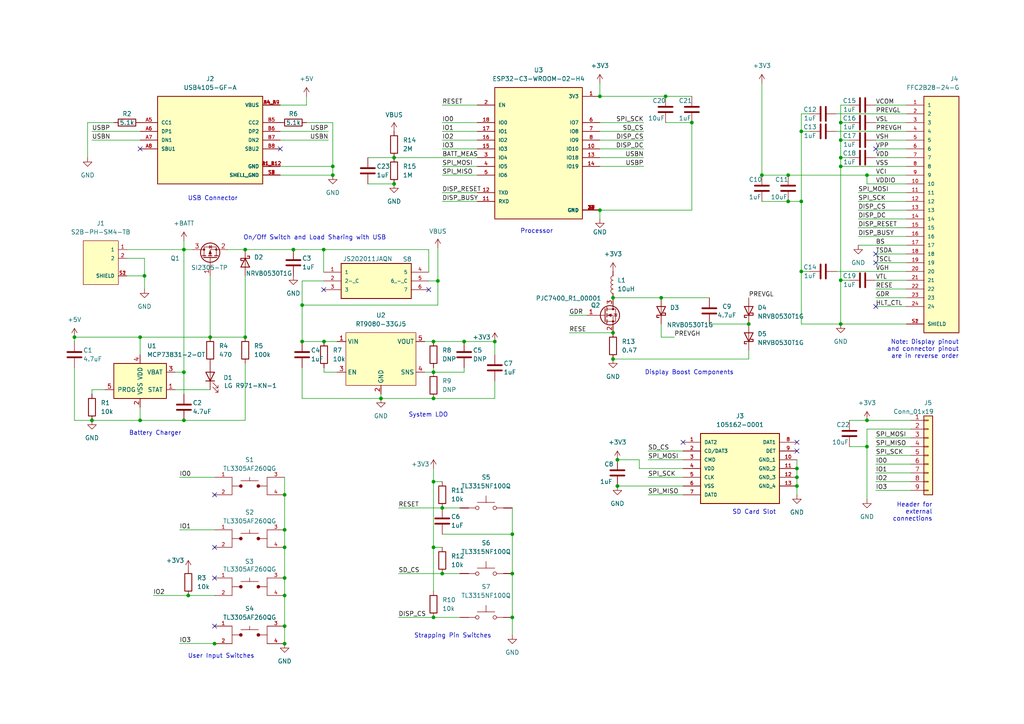
<source format=kicad_sch>
(kicad_sch (version 20211123) (generator eeschema)
  (paper "A4")
  (title_block (title "e-e-paper") (date "2022-03-09") (rev "2.0") (company "Samuel Jones"))
  (junction (at 200.66 35.56))
  (junction (at 40.64 97.79))
  (junction (at 177.8 104.14))
  (junction (at 173.99 60.96))
  (junction (at 40.64 121.92))
  (junction (at 71.12 97.79))
  (junction (at 125.73 139.7))
  (junction (at 243.84 93.98))
  (junction (at 128.27 166.37))
  (junction (at 177.8 96.52))
  (junction (at 193.04 27.94))
  (junction (at 87.63 99.06))
  (junction (at 243.84 40.64))
  (junction (at 82.55 172.72))
  (junction (at 125.73 179.07))
  (junction (at 148.59 179.07))
  (junction (at 251.46 50.8))
  (junction (at 243.84 35.56))
  (junction (at 243.84 81.28))
  (junction (at 173.99 27.94))
  (junction (at 93.8784 72.39))
  (junction (at 228.6 58.42))
  (junction (at 143.51 99.06))
  (junction (at 85.09 72.39))
  (junction (at 217.17 93.98))
  (junction (at 232.41 58.42))
  (junction (at 220.98 50.8))
  (junction (at 179.07 133.35))
  (junction (at 125.73 99.06))
  (junction (at 114.3 53.34))
  (junction (at 53.34 121.92))
  (junction (at 127 81.4832))
  (junction (at 41.91 80.01))
  (junction (at 82.55 158.75))
  (junction (at 26.67 121.92))
  (junction (at 125.73 115.57))
  (junction (at 53.34 72.39))
  (junction (at 231.14 140.97))
  (junction (at 231.14 135.89))
  (junction (at 191.77 86.36))
  (junction (at 82.55 153.67))
  (junction (at 251.46 129.54))
  (junction (at 228.6 50.8))
  (junction (at 114.3 45.72))
  (junction (at 93.98 99.06))
  (junction (at 87.63 88.4936))
  (junction (at 148.59 154.94))
  (junction (at 125.73 158.75))
  (junction (at 82.55 186.69))
  (junction (at 21.59 97.79))
  (junction (at 53.34 107.95))
  (junction (at 177.8 86.36))
  (junction (at 179.07 140.97))
  (junction (at 54.61 172.72))
  (junction (at 71.12 72.39))
  (junction (at 251.46 121.92))
  (junction (at 231.14 138.43))
  (junction (at 96.52 48.26))
  (junction (at 82.55 143.51))
  (junction (at 82.55 167.64))
  (junction (at 243.84 48.26))
  (junction (at 128.27 147.32))
  (junction (at 134.62 99.06))
  (junction (at 243.84 45.72))
  (junction (at 60.96 97.79))
  (junction (at 232.41 38.1))
  (junction (at 110.49 115.57))
  (junction (at 62.23 186.69))
  (junction (at 82.55 181.61))
  (junction (at 232.41 78.74))
  (junction (at 96.52 50.8))
  (junction (at 148.59 166.37))
  (junction (at 125.73 107.95))
  (no_connect (at 62.23 143.51))
  (no_connect (at 124.3584 84.0232))
  (no_connect (at 93.8784 84.0232))
  (no_connect (at 62.23 167.64))
  (no_connect (at 62.23 181.61))
  (no_connect (at 81.28 43.18))
  (no_connect (at 231.14 130.81))
  (no_connect (at 40.64 43.18))
  (no_connect (at 62.23 158.75))
  (no_connect (at 254 73.66))
  (no_connect (at 254 76.2))
  (no_connect (at 254 88.9))
  (no_connect (at 254 43.18))
  (no_connect (at 198.12 128.27))
  (no_connect (at 231.14 128.27))
  (wire (pts (xy 87.63 81.4832) (xy 93.8784 81.4832)))
  (wire (pts (xy 44.45 172.72) (xy 54.61 172.72)))
  (wire (pts (xy 231.14 140.97) (xy 231.14 143.51)))
  (wire (pts (xy 165.1 96.52) (xy 177.8 96.52)))
  (wire (pts (xy 81.28 50.8) (xy 96.52 50.8)))
  (wire (pts (xy 87.63 88.4936) (xy 127 88.4936)))
  (wire (pts (xy 187.96 133.35) (xy 198.12 133.35)))
  (wire (pts (xy 82.55 143.51) (xy 82.55 153.67)))
  (wire (pts (xy 193.04 27.94) (xy 200.66 27.94)))
  (wire (pts (xy 40.64 118.11) (xy 40.64 121.92)))
  (wire (pts (xy 243.84 35.56) (xy 243.84 40.64)))
  (wire (pts (xy 232.41 58.42) (xy 232.41 78.74)))
  (wire (pts (xy 143.51 115.57) (xy 143.51 110.49)))
  (wire (pts (xy 228.6 58.42) (xy 232.41 58.42)))
  (wire (pts (xy 246.38 81.28) (xy 243.84 81.28)))
  (wire (pts (xy 243.84 93.98) (xy 262.89 93.98)))
  (wire (pts (xy 254 40.64) (xy 262.89 40.64)))
  (wire (pts (xy 40.64 121.92) (xy 53.34 121.92)))
  (wire (pts (xy 128.27 55.88) (xy 138.43 55.88)))
  (wire (pts (xy 248.92 63.5) (xy 262.89 63.5)))
  (wire (pts (xy 173.99 48.26) (xy 186.69 48.26)))
  (wire (pts (xy 246.38 129.54) (xy 251.46 129.54)))
  (wire (pts (xy 254 81.28) (xy 262.89 81.28)))
  (wire (pts (xy 125.73 107.95) (xy 125.73 106.68)))
  (wire (pts (xy 127 71.882) (xy 127 81.4832)))
  (wire (pts (xy 243.84 81.28) (xy 243.84 93.98)))
  (wire (pts (xy 134.62 106.68) (xy 134.62 107.95)))
  (wire (pts (xy 125.73 179.07) (xy 133.35 179.07)))
  (wire (pts (xy 254 86.36) (xy 262.89 86.36)))
  (wire (pts (xy 248.92 68.58) (xy 262.89 68.58)))
  (wire (pts (xy 93.98 107.95) (xy 93.98 106.68)))
  (wire (pts (xy 110.49 115.57) (xy 125.73 115.57)))
  (wire (pts (xy 254 139.7) (xy 264.16 139.7)))
  (wire (pts (xy 179.07 133.35) (xy 185.42 133.35)))
  (wire (pts (xy 173.99 38.1) (xy 186.69 38.1)))
  (wire (pts (xy 81.28 38.1) (xy 95.25 38.1)))
  (wire (pts (xy 173.99 24.13) (xy 173.99 27.94)))
  (wire (pts (xy 254 76.2) (xy 262.89 76.2)))
  (wire (pts (xy 125.73 135.89) (xy 125.73 139.7)))
  (wire (pts (xy 264.16 124.46) (xy 251.46 124.46)))
  (wire (pts (xy 50.8 113.03) (xy 60.96 113.03)))
  (wire (pts (xy 143.51 99.06) (xy 134.62 99.06)))
  (wire (pts (xy 231.14 138.43) (xy 231.14 140.97)))
  (wire (pts (xy 71.12 80.01) (xy 71.12 97.79)))
  (wire (pts (xy 21.59 106.68) (xy 21.59 121.92)))
  (wire (pts (xy 52.07 138.43) (xy 62.23 138.43)))
  (wire (pts (xy 128.27 147.32) (xy 133.35 147.32)))
  (wire (pts (xy 125.73 139.7) (xy 125.73 158.75)))
  (wire (pts (xy 93.98 99.06) (xy 97.79 99.06)))
  (wire (pts (xy 198.12 135.89) (xy 185.42 135.89)))
  (wire (pts (xy 53.34 107.95) (xy 50.8 107.95)))
  (wire (pts (xy 187.96 143.51) (xy 198.12 143.51)))
  (wire (pts (xy 125.73 115.57) (xy 143.51 115.57)))
  (wire (pts (xy 71.12 72.39) (xy 85.09 72.39)))
  (wire (pts (xy 246.38 121.92) (xy 251.46 121.92)))
  (wire (pts (xy 205.74 93.98) (xy 217.17 93.98)))
  (wire (pts (xy 30.48 113.03) (xy 26.67 113.03)))
  (wire (pts (xy 148.59 179.07) (xy 148.59 184.15)))
  (wire (pts (xy 254 88.9) (xy 262.89 88.9)))
  (wire (pts (xy 177.8 86.36) (xy 191.77 86.36)))
  (wire (pts (xy 127 88.4936) (xy 127 81.4832)))
  (wire (pts (xy 128.27 154.94) (xy 148.59 154.94)))
  (wire (pts (xy 128.27 58.42) (xy 138.43 58.42)))
  (wire (pts (xy 40.64 97.79) (xy 60.96 97.79)))
  (wire (pts (xy 248.92 66.04) (xy 262.89 66.04)))
  (wire (pts (xy 36.83 74.93) (xy 41.91 74.93)))
  (wire (pts (xy 97.79 107.95) (xy 93.98 107.95)))
  (wire (pts (xy 232.41 38.1) (xy 232.41 58.42)))
  (wire (pts (xy 165.1 91.44) (xy 170.18 91.44)))
  (wire (pts (xy 115.57 147.32) (xy 128.27 147.32)))
  (wire (pts (xy 81.28 40.64) (xy 95.25 40.64)))
  (wire (pts (xy 96.52 35.56) (xy 96.52 48.26)))
  (wire (pts (xy 143.51 102.87) (xy 143.51 99.06)))
  (wire (pts (xy 179.07 140.97) (xy 198.12 140.97)))
  (wire (pts (xy 185.42 133.35) (xy 185.42 135.89)))
  (wire (pts (xy 82.55 181.61) (xy 82.55 186.69)))
  (wire (pts (xy 173.99 45.72) (xy 186.69 45.72)))
  (wire (pts (xy 87.63 88.4936) (xy 87.63 81.4832)))
  (wire (pts (xy 60.96 97.79) (xy 71.12 97.79)))
  (wire (pts (xy 88.9 27.94) (xy 88.9 30.48)))
  (wire (pts (xy 110.49 115.57) (xy 110.49 114.3)))
  (wire (pts (xy 71.12 105.41) (xy 71.12 121.92)))
  (wire (pts (xy 254 127) (xy 264.16 127)))
  (wire (pts (xy 128.27 30.48) (xy 138.43 30.48)))
  (wire (pts (xy 254 83.82) (xy 262.89 83.82)))
  (wire (pts (xy 243.84 93.98) (xy 232.41 93.98)))
  (wire (pts (xy 228.6 50.8) (xy 251.46 50.8)))
  (wire (pts (xy 87.63 106.68) (xy 87.63 115.57)))
  (wire (pts (xy 115.57 179.07) (xy 125.73 179.07)))
  (wire (pts (xy 234.95 33.02) (xy 232.41 33.02)))
  (wire (pts (xy 71.12 121.92) (xy 53.34 121.92)))
  (wire (pts (xy 251.46 53.34) (xy 262.89 53.34)))
  (wire (pts (xy 127 81.4832) (xy 124.3584 81.4832)))
  (wire (pts (xy 217.17 104.14) (xy 217.17 101.6)))
  (wire (pts (xy 193.04 35.56) (xy 200.66 35.56)))
  (wire (pts (xy 231.14 133.35) (xy 231.14 135.89)))
  (wire (pts (xy 231.14 135.89) (xy 231.14 138.43)))
  (wire (pts (xy 26.67 113.03) (xy 26.67 114.3)))
  (wire (pts (xy 128.27 50.8) (xy 138.43 50.8)))
  (wire (pts (xy 173.99 27.94) (xy 193.04 27.94)))
  (wire (pts (xy 232.41 33.02) (xy 232.41 38.1)))
  (wire (pts (xy 242.57 78.74) (xy 262.89 78.74)))
  (wire (pts (xy 254 73.66) (xy 262.89 73.66)))
  (wire (pts (xy 82.55 138.43) (xy 82.55 143.51)))
  (wire (pts (xy 148.59 166.37) (xy 148.59 179.07)))
  (wire (pts (xy 248.92 58.42) (xy 262.89 58.42)))
  (wire (pts (xy 124.3584 72.39) (xy 93.8784 72.39)))
  (wire (pts (xy 26.67 40.64) (xy 40.64 40.64)))
  (wire (pts (xy 82.55 172.72) (xy 82.55 181.61)))
  (wire (pts (xy 96.52 35.56) (xy 88.9 35.56)))
  (wire (pts (xy 251.46 124.46) (xy 251.46 129.54)))
  (wire (pts (xy 125.73 99.06) (xy 134.62 99.06)))
  (wire (pts (xy 52.07 186.6392) (xy 62.23 186.6392)))
  (wire (pts (xy 21.59 121.92) (xy 26.67 121.92)))
  (wire (pts (xy 198.12 138.43) (xy 187.96 138.43)))
  (wire (pts (xy 200.66 35.56) (xy 200.66 60.96)))
  (wire (pts (xy 254 45.72) (xy 262.89 45.72)))
  (wire (pts (xy 173.99 40.64) (xy 186.69 40.64)))
  (wire (pts (xy 243.84 48.26) (xy 243.84 81.28)))
  (wire (pts (xy 66.04 72.39) (xy 71.12 72.39)))
  (wire (pts (xy 81.28 48.26) (xy 96.52 48.26)))
  (wire (pts (xy 41.91 80.01) (xy 41.91 83.82)))
  (wire (pts (xy 125.73 158.75) (xy 125.73 171.45)))
  (wire (pts (xy 232.41 93.98) (xy 232.41 78.74)))
  (wire (pts (xy 52.07 153.67) (xy 62.23 153.67)))
  (wire (pts (xy 251.46 53.34) (xy 251.46 50.8)))
  (wire (pts (xy 243.84 40.64) (xy 246.38 40.64)))
  (wire (pts (xy 25.4 35.56) (xy 25.4 45.72)))
  (wire (pts (xy 62.23 186.6392) (xy 62.23 186.69)))
  (wire (pts (xy 36.83 80.01) (xy 41.91 80.01)))
  (wire (pts (xy 87.63 99.06) (xy 87.63 88.4936)))
  (wire (pts (xy 177.8 104.14) (xy 217.17 104.14)))
  (wire (pts (xy 53.34 107.95) (xy 53.34 114.3)))
  (wire (pts (xy 114.3 45.72) (xy 138.43 45.72)))
  (wire (pts (xy 251.46 121.92) (xy 264.16 121.92)))
  (wire (pts (xy 173.99 60.96) (xy 173.99 63.5)))
  (wire (pts (xy 128.27 35.56) (xy 138.43 35.56)))
  (wire (pts (xy 243.84 45.72) (xy 243.84 48.26)))
  (wire (pts (xy 248.92 71.12) (xy 262.89 71.12)))
  (wire (pts (xy 248.92 55.88) (xy 262.89 55.88)))
  (wire (pts (xy 173.99 35.56) (xy 186.69 35.56)))
  (wire (pts (xy 106.68 45.72) (xy 114.3 45.72)))
  (wire (pts (xy 53.34 107.95) (xy 53.34 72.39)))
  (wire (pts (xy 53.34 72.39) (xy 55.88 72.39)))
  (wire (pts (xy 41.91 74.93) (xy 41.91 80.01)))
  (wire (pts (xy 220.98 24.13) (xy 220.98 50.8)))
  (wire (pts (xy 254 142.24) (xy 264.16 142.24)))
  (wire (pts (xy 82.55 158.75) (xy 82.55 167.64)))
  (wire (pts (xy 82.55 167.64) (xy 82.55 172.72)))
  (wire (pts (xy 53.34 69.85) (xy 53.34 72.39)))
  (wire (pts (xy 191.77 93.98) (xy 191.77 97.79)))
  (wire (pts (xy 243.84 40.64) (xy 243.84 45.72)))
  (wire (pts (xy 254 43.18) (xy 262.89 43.18)))
  (wire (pts (xy 254 134.62) (xy 264.16 134.62)))
  (wire (pts (xy 251.46 50.8) (xy 262.89 50.8)))
  (wire (pts (xy 106.68 53.34) (xy 114.3 53.34)))
  (wire (pts (xy 93.8784 72.39) (xy 85.09 72.39)))
  (wire (pts (xy 243.84 48.26) (xy 262.89 48.26)))
  (wire (pts (xy 60.96 80.01) (xy 60.96 97.79)))
  (wire (pts (xy 125.73 158.75) (xy 128.27 158.75)))
  (wire (pts (xy 96.52 48.26) (xy 96.52 50.8)))
  (wire (pts (xy 148.59 147.32) (xy 148.59 154.94)))
  (wire (pts (xy 242.57 38.1) (xy 262.89 38.1)))
  (wire (pts (xy 128.27 166.37) (xy 133.35 166.37)))
  (wire (pts (xy 234.95 78.74) (xy 232.41 78.74)))
  (wire (pts (xy 198.12 130.81) (xy 187.96 130.81)))
  (wire (pts (xy 128.27 48.26) (xy 138.43 48.26)))
  (wire (pts (xy 21.59 97.79) (xy 21.59 99.06)))
  (wire (pts (xy 254 30.48) (xy 262.89 30.48)))
  (wire (pts (xy 124.3584 78.9432) (xy 124.3584 72.39)))
  (wire (pts (xy 26.67 38.1) (xy 40.64 38.1)))
  (wire (pts (xy 87.63 115.57) (xy 110.49 115.57)))
  (wire (pts (xy 243.84 45.72) (xy 246.38 45.72)))
  (wire (pts (xy 232.41 38.1) (xy 234.95 38.1)))
  (wire (pts (xy 200.66 60.96) (xy 173.99 60.96)))
  (wire (pts (xy 82.55 153.67) (xy 82.55 158.75)))
  (wire (pts (xy 115.57 166.37) (xy 128.27 166.37)))
  (wire (pts (xy 251.46 129.54) (xy 251.46 144.78)))
  (wire (pts (xy 128.27 40.64) (xy 138.43 40.64)))
  (wire (pts (xy 191.77 86.36) (xy 205.74 86.36)))
  (wire (pts (xy 125.73 139.7) (xy 128.27 139.7)))
  (wire (pts (xy 243.84 35.56) (xy 246.38 35.56)))
  (wire (pts (xy 87.63 99.06) (xy 93.98 99.06)))
  (wire (pts (xy 26.67 121.92) (xy 40.64 121.92)))
  (wire (pts (xy 128.27 38.1) (xy 138.43 38.1)))
  (wire (pts (xy 93.8784 78.9432) (xy 93.8784 72.39)))
  (wire (pts (xy 54.61 172.72) (xy 62.23 172.72)))
  (wire (pts (xy 40.64 102.87) (xy 40.64 97.79)))
  (wire (pts (xy 25.4 35.56) (xy 33.02 35.56)))
  (wire (pts (xy 134.62 107.95) (xy 125.73 107.95)))
  (wire (pts (xy 148.59 154.94) (xy 148.59 166.37)))
  (wire (pts (xy 220.98 50.8) (xy 228.6 50.8)))
  (wire (pts (xy 254 35.56) (xy 262.89 35.56)))
  (wire (pts (xy 191.77 97.79) (xy 195.58 97.79)))
  (wire (pts (xy 128.27 43.18) (xy 138.43 43.18)))
  (wire (pts (xy 220.98 58.42) (xy 228.6 58.42)))
  (wire (pts (xy 246.38 30.48) (xy 243.84 30.48)))
  (wire (pts (xy 242.57 33.02) (xy 262.89 33.02)))
  (wire (pts (xy 248.92 60.96) (xy 262.89 60.96)))
  (wire (pts (xy 123.19 99.06) (xy 125.73 99.06)))
  (wire (pts (xy 243.84 30.48) (xy 243.84 35.56)))
  (wire (pts (xy 81.28 30.48) (xy 88.9 30.48)))
  (wire (pts (xy 254 129.54) (xy 264.16 129.54)))
  (wire (pts (xy 36.83 72.39) (xy 53.34 72.39)))
  (wire (pts (xy 123.19 107.95) (xy 125.73 107.95)))
  (wire (pts (xy 264.16 132.08) (xy 254 132.08)))
  (wire (pts (xy 254 137.16) (xy 264.16 137.16)))
  (wire (pts (xy 173.99 43.18) (xy 186.69 43.18)))
  (wire (pts (xy 40.64 97.79) (xy 21.59 97.79)))
  (text "System LDO" (at 118.4656 121.158 0) (effects (font (size 1.27 1.27)) (justify left bottom)))
  (text "User Input Switches" (at 54.4576 191.1096 0) (effects (font (size 1.27 1.27)) (justify left bottom)))
  (text "Display Boost Components" (at 186.9948 108.8644 0) (effects (font (size 1.27 1.27)) (justify left bottom)))
  (text "Processor" (at 150.876 67.8688 0) (effects (font (size 1.27 1.27)) (justify left bottom)))
  (text "Note: Display pinout\nand connector pinout\nare in reverse order" (at 278.13 104.14 0) (effects (font (size 1.27 1.27)) (justify right bottom)))
  (text "Strapping Pin Switches" (at 120.0912 185.2168 0) (effects (font (size 1.27 1.27)) (justify left bottom)))
  (text "USB Connector" (at 54.4576 58.3692 0) (effects (font (size 1.27 1.27)) (justify left bottom)))
  (text "Battery Charger" (at 37.3888 126.4412 0) (effects (font (size 1.27 1.27)) (justify left bottom)))
  (text "On/Off Switch and Load Sharing with USB" (at 70.5612 69.7484 0) (effects (font (size 1.27 1.27)) (justify left bottom)))
  (text "SD Card Slot" (at 212.3948 149.352 0) (effects (font (size 1.27 1.27)) (justify left bottom)))
  (text "Header for\nexternal\nconnections" (at 270.4592 151.3332 180) (effects (font (size 1.27 1.27)) (justify right bottom)))
  (label "BS" (at 254 71.12 0))
  (label "VSS" (at 254 48.26 0))
  (label "IO1" (at 128.27 38.1 0))
  (label "IO2" (at 44.45 172.72 0))
  (label "TSDA" (at 254 73.66 0))
  (label "PREVGL" (at 217.17 86.36 0))
  (label "DISP_DC" (at 186.69 43.18 180))
  (label "VCOM" (at 254 30.48 0))
  (label "DISP_RESET" (at 248.92 66.04 0))
  (label "VSH" (at 254 40.64 0))
  (label "SPI_MISO" (at 254 129.54 0))
  (label "DISP_CS" (at 186.69 40.64 180))
  (label "IO1" (at 52.07 153.67 0))
  (label "GDR" (at 254 86.36 0))
  (label "SPI_SCK" (at 254 132.08 0))
  (label "IO2" (at 128.27 40.64 0))
  (label "DISP_DC" (at 248.92 63.5 0))
  (label "USBN" (at 95.25 40.64 180))
  (label "DISP_CS" (at 115.57 179.07 0))
  (label "VGH" (at 254 78.74 0))
  (label "SPI_SCK" (at 186.69 35.56 180))
  (label "USBN" (at 26.67 40.64 0))
  (label "DISP_BUSY" (at 128.27 58.42 0))
  (label "PREVGH" (at 254 38.1 0))
  (label "IO3" (at 254 142.24 0))
  (label "RESE" (at 165.1 96.52 0))
  (label "IO3" (at 52.07 186.6392 0))
  (label "HLT_CTL" (at 254 88.9 0))
  (label "USBP" (at 95.25 38.1 180))
  (label "VCI" (at 254 50.8 0))
  (label "VDDIO" (at 254 53.34 0))
  (label "SD_CS" (at 186.69 38.1 180))
  (label "IO2" (at 254 139.7 0))
  (label "SPI_MOSI" (at 248.92 55.88 0))
  (label "VDD" (at 254 45.72 0))
  (label "PREVGH" (at 195.58 97.79 0))
  (label "RESET" (at 115.57 147.32 0))
  (label "SPI_MOSI" (at 254 127 0))
  (label "SPI_SCK" (at 248.92 58.42 0))
  (label "IO0" (at 128.27 35.56 0))
  (label "SPI_MOSI" (at 128.27 48.26 0))
  (label "DISP_RESET" (at 128.27 55.88 0))
  (label "RESET" (at 128.27 30.48 0))
  (label "SPI_MISO" (at 187.96 143.51 0))
  (label "IO1" (at 254 137.16 0))
  (label "VSL" (at 254 35.56 0))
  (label "TSCL" (at 254 76.2 0))
  (label "RESE" (at 254 83.82 0))
  (label "PREVGL" (at 254 33.02 0))
  (label "SD_CS" (at 115.57 166.37 0))
  (label "DISP_BUSY" (at 248.92 68.58 0))
  (label "DISP_CS" (at 248.92 60.96 0))
  (label "USBP" (at 26.67 38.1 0))
  (label "GDR" (at 165.1 91.44 0))
  (label "SPI_MOSI" (at 187.96 133.35 0))
  (label "SPI_MISO" (at 128.27 50.8 0))
  (label "IO0" (at 254 134.62 0))
  (label "USBN" (at 186.69 45.72 180))
  (label "IO3" (at 128.27 43.18 0))
  (label "SPI_SCK" (at 187.96 138.43 0))
  (label "VTL" (at 254 81.28 0))
  (label "BATT_MEAS" (at 128.27 45.72 0))
  (label "USBP" (at 186.69 48.26 180))
  (label "VPP" (at 254 43.18 0))
  (label "IO0" (at 52.07 138.43 0))
  (label "SD_CS" (at 187.96 130.81 0))
  (symbol (lib_id "TL3305AF260QG:TL3305AF260QG") (at 72.39 170.18 0) (unit 1)
    (property "Reference" "S3" (at 72.3392 162.8648 0))
    (property "Value" "TL3305AF260QG" (at 72.39 165.1 0))
    (property "Footprint" "Project Footprints:SW_TL3305AF260QG" (effects hide))
    (property "MAXIMUM_PACKAGE_HEIGHT" "3.8mm" (effects hide))
    (property "MANUFACTURER" "E-Switch" (effects hide))
    (property "PARTREV" "C" (effects hide))
    (property "STANDARD" "Manufacturer recommendations" (effects hide))
  )
  (symbol (lib_id "TL3305AF260QG:TL3305AF260QG") (at 72.39 184.15 0) (unit 1)
    (property "Reference" "S4" (at 72.39 176.53 0))
    (property "Value" "TL3305AF260QG" (at 72.39 179.07 0))
    (property "Footprint" "Project Footprints:SW_TL3305AF260QG" (effects hide))
    (property "MAXIMUM_PACKAGE_HEIGHT" "3.8mm" (effects hide))
    (property "MANUFACTURER" "E-Switch" (effects hide))
    (property "PARTREV" "C" (effects hide))
    (property "STANDARD" "Manufacturer recommendations" (effects hide))
  )
  (symbol (lib_id "JS202011JAQN:JS202011JAQN") (at 93.8784 78.9432 0) (unit 1)
    (property "Reference" "S8" (at 118.11 75.184 0))
    (property "Value" "JS202011JAQN" (at 106.6292 75.0824 0))
    (property "Footprint" "JS202011JAQN" (effects hide))
    (property "DESCRIPTION" "JS Series Sub-Miniature Slide Switch" (effects hide))
    (property "MANUFACTURER_NAME" "C & K COMPONENTS" (effects hide))
    (property "HEIGHT" "3mm" (effects hide))
    (property "MANUFACTURER_PART_NUMBER" "JS202011JAQN" (effects hide))
    (property "ARROW_PART_NUMBER" "JS202011JAQN" (effects hide))
    (property "ARROW_PRICE/STOCK" "https://www.arrow.com/en/products/js202011jaqn/ck" (effects hide))
  )
  (symbol (lib_id "ESP32-C3-WROOM:ESP32-C3-WROOM-02-H4") (at 156.21 45.72 0) (unit 1)
    (property "Reference" "U3" (at 156.21 20.32 0))
    (property "Value" "ESP32-C3-WROOM-02-H4" (at 156.21 22.86 0))
    (property "Footprint" "Project Footprints:MODULE_ESP32-C3-WROOM-02-H4" (effects hide))
    (property "MANUFACTURER" "Espressif" (effects hide))
    (property "STANDARD" "Manufacturer Recommendations" (effects hide))
    (property "PARTREV" "V1.0" (effects hide))
    (property "MAXIMUM_PACKAGE_HEIGHT" "3.35 mm" (effects hide))
  )
  (symbol (lib_id "Diode:MBR0530") (at 71.12 76.2 270) (unit 1)
    (property "Reference" "D2" (at 73.66 74.6124 90) (effects (justify left)))
    (property "Value" "NRVB0530T1G" (at 71.2724 79.2988 90) (effects (justify left)))
    (property "Footprint" "Diode_SMD:D_SOD-123" (effects hide))
    (property "Datasheet" "http://www.mccsemi.com/up_pdf/MBR0520~MBR0580(SOD123).pdf" (effects hide))
  )
  (symbol (lib_id "power:+5V") (at 88.9 27.94 0) (unit 1)
    (property "Reference" "#PWR010" (effects hide))
    (property "Value" "+5V" (at 88.9 22.86 0))
  )
  (symbol (lib_id "Device:C") (at 238.76 33.02 90) (unit 1)
    (property "Reference" "C12" (at 234.95 31.75 90))
    (property "Value" "1uF" (at 234.95 34.29 90))
    (property "Footprint" "Capacitor_SMD:C_0805_2012Metric_Pad1.18x1.45mm_HandSolder" (effects hide))
  )
  (symbol (lib_id "power:VBUS") (at 114.3 38.1 0) (unit 1)
    (property "Reference" "#PWR0101" (effects hide))
    (property "Value" "VBUS" (at 114.3 33.3248 0))
  )
  (symbol (lib_id "S2B-PH-SM4-TB:S2B-PH-SM4-TB(LF)(SN)") (at 29.21 74.93 0) (mirror y) (unit 1)
    (property "Reference" "J1" (at 29.21 64.77 0))
    (property "Value" "S2B-PH-SM4-TB" (at 29.21 67.31 0))
    (property "Footprint" "Project Footprints:JST_S2B-PH-SM4-TB(LF)(SN)" (effects hide))
    (property "STANDARD" "Manufacturer Recommendation" (effects hide))
    (property "MANUFACTURER" "JST" (effects hide))
  )
  (symbol (lib_id "power:GND") (at 243.84 93.98 0) (unit 1)
    (property "Reference" "#PWR024" (effects hide))
    (property "Value" "GND" (at 243.84 99.06 0))
  )
  (symbol (lib_id "Device:LED") (at 60.96 109.22 90) (unit 1)
    (property "Reference" "D1" (at 64.77 109.5374 90) (effects (justify right)))
    (property "Value" "LG R971-KN-1" (at 64.9732 111.8616 90) (effects (justify right)))
    (property "Footprint" "LED_SMD:LED_0805_2012Metric_Pad1.15x1.40mm_HandSolder" (effects hide))
  )
  (symbol (lib_id "power:GND") (at 110.49 115.57 0) (unit 1)
    (property "Reference" "#PWR012" (effects hide))
    (property "Value" "GND" (at 110.49 120.65 0))
  )
  (symbol (lib_id "power:GND") (at 25.4 45.72 0) (unit 1)
    (property "Reference" "#PWR02" (effects hide))
    (property "Value" "GND" (at 25.4 50.8 0))
  )
  (symbol (lib_id "power:+3.3V") (at 125.73 135.89 0) (unit 1)
    (property "Reference" "#PWR013" (effects hide))
    (property "Value" "+3.3V" (at 121.92 134.62 0))
  )
  (symbol (lib_id "power:GND") (at 177.8 104.14 0) (unit 1)
    (property "Reference" "#PWR019" (effects hide))
    (property "Value" "GND" (at 177.8 109.22 0))
  )
  (symbol (lib_id "Device:C") (at 250.19 45.72 90) (unit 1)
    (property "Reference" "C18" (at 246.38 44.45 90))
    (property "Value" "1uF" (at 246.38 46.99 90))
    (property "Footprint" "Capacitor_SMD:C_0805_2012Metric_Pad1.18x1.45mm_HandSolder" (effects hide))
  )
  (symbol (lib_id "power:+3.3V") (at 179.07 133.35 0) (unit 1)
    (property "Reference" "#PWR020" (effects hide))
    (property "Value" "+3.3V" (at 179.07 128.27 0))
  )
  (symbol (lib_id "Device:R") (at 125.73 111.76 0) (unit 1) (in_bom no)
    (property "Reference" "R9" (at 128.27 110.4899 0) (effects (justify left)))
    (property "Value" "DNP" (at 128.27 113.0299 0) (effects (justify left)))
    (property "Footprint" "Resistor_SMD:R_0805_2012Metric_Pad1.20x1.40mm_HandSolder" (effects hide))
  )
  (symbol (lib_id "Device:C") (at 200.66 31.75 0) (unit 1)
    (property "Reference" "C21" (at 196.85 29.21 0) (effects (justify left)))
    (property "Value" "1uF" (at 196.85 34.29 0) (effects (justify left)))
    (property "Footprint" "Capacitor_SMD:C_0805_2012Metric_Pad1.18x1.45mm_HandSolder" (effects hide))
  )
  (symbol (lib_id "TL3305AF260QG:TL3305AF260QG") (at 72.39 140.97 0) (unit 1)
    (property "Reference" "S1" (at 72.39 133.35 0))
    (property "Value" "TL3305AF260QG" (at 72.39 135.89 0))
    (property "Footprint" "Project Footprints:SW_TL3305AF260QG" (effects hide))
    (property "MAXIMUM_PACKAGE_HEIGHT" "3.8mm" (effects hide))
    (property "MANUFACTURER" "E-Switch" (effects hide))
    (property "PARTREV" "C" (effects hide))
    (property "STANDARD" "Manufacturer recommendations" (effects hide))
  )
  (symbol (lib_id "Device:C") (at 250.19 30.48 90) (unit 1)
    (property "Reference" "C15" (at 246.38 29.21 90))
    (property "Value" "1uF" (at 246.38 31.75 90))
    (property "Footprint" "Capacitor_SMD:C_0805_2012Metric_Pad1.18x1.45mm_HandSolder" (effects hide))
  )
  (symbol (lib_id "Device:C") (at 238.76 38.1 90) (unit 1)
    (property "Reference" "C13" (at 234.95 36.83 90))
    (property "Value" "1uF" (at 234.95 39.37 90))
    (property "Footprint" "Capacitor_SMD:C_0805_2012Metric_Pad1.18x1.45mm_HandSolder" (effects hide))
  )
  (symbol (lib_id "Device:C") (at 228.6 54.61 0) (unit 1)
    (property "Reference" "C11" (at 224.79 52.07 0) (effects (justify left)))
    (property "Value" "10uF" (at 223.52 57.15 0) (effects (justify left)))
    (property "Footprint" "Capacitor_SMD:C_0805_2012Metric_Pad1.18x1.45mm_HandSolder" (effects hide))
  )
  (symbol (lib_id "power:+5V") (at 21.59 97.79 0) (unit 1)
    (property "Reference" "#PWR01" (effects hide))
    (property "Value" "+5V" (at 21.59 92.71 0))
  )
  (symbol (lib_id "Device:R") (at 26.67 118.11 0) (unit 1)
    (property "Reference" "R1" (at 29.21 116.8399 0) (effects (justify left)))
    (property "Value" "10k" (at 29.21 119.3799 0) (effects (justify left)))
    (property "Footprint" "Resistor_SMD:R_0805_2012Metric_Pad1.20x1.40mm_HandSolder" (effects hide))
  )
  (symbol (lib_id "Device:R") (at 71.12 101.6 0) (unit 1)
    (property "Reference" "R5" (at 73.66 100.3299 0) (effects (justify left)))
    (property "Value" "100k" (at 73.66 102.8699 0) (effects (justify left)))
    (property "Footprint" "Resistor_SMD:R_0805_2012Metric_Pad1.20x1.40mm_HandSolder" (effects hide))
  )
  (symbol (lib_id "Device:C") (at 128.27 151.13 0) (unit 1)
    (property "Reference" "C6" (at 130.81 149.86 0) (effects (justify left)))
    (property "Value" "1uF" (at 130.81 152.4 0) (effects (justify left)))
    (property "Footprint" "Capacitor_SMD:C_0805_2012Metric_Pad1.18x1.45mm_HandSolder" (effects hide))
  )
  (symbol (lib_id "Connector_Generic:Conn_01x09") (at 269.24 132.08 0) (unit 1)
    (property "Reference" "J5" (at 267.97 116.84 0) (effects (justify left)))
    (property "Value" "Conn_01x19" (at 259.08 119.38 0) (effects (justify left)))
    (property "Footprint" "Connector_PinHeader_2.54mm:PinHeader_1x09_P2.54mm_Horizontal" (effects hide))
  )
  (symbol (lib_id "Device:C") (at 246.38 125.73 0) (unit 1)
    (property "Reference" "C22" (at 242.57 123.19 0) (effects (justify left)))
    (property "Value" "10uF" (at 241.3 128.27 0) (effects (justify left)))
    (property "Footprint" "Capacitor_SMD:C_0805_2012Metric_Pad1.18x1.45mm_HandSolder" (effects hide))
  )
  (symbol (lib_id "Device:R") (at 114.3 41.91 0) (unit 1)
    (property "Reference" "R14" (at 116.84 40.6399 0) (effects (justify left)))
    (property "Value" "2M" (at 116.84 43.1799 0) (effects (justify left)))
    (property "Footprint" "Resistor_SMD:R_0805_2012Metric_Pad1.20x1.40mm_HandSolder" (effects hide))
  )
  (symbol (lib_id "Device:R") (at 60.96 101.6 0) (unit 1)
    (property "Reference" "R4" (at 63.5 100.3299 0) (effects (justify left)))
    (property "Value" "470" (at 63.5 102.8699 0) (effects (justify left)))
    (property "Footprint" "Resistor_SMD:R_0805_2012Metric_Pad1.20x1.40mm_HandSolder" (effects hide))
  )
  (symbol (lib_id "Device:Q_PMOS_GSD") (at 60.96 74.93 90) (unit 1)
    (property "Reference" "Q1" (at 50.8 74.93 90))
    (property "Value" "SI2305-TP" (at 60.7568 77.6224 90))
    (property "Footprint" "Package_TO_SOT_SMD:SOT-23" (effects hide))
  )
  (symbol (lib_id "power:+3.3V") (at 54.61 165.1 0) (unit 1)
    (property "Reference" "#PWR06" (effects hide))
    (property "Value" "+3.3V" (at 50.8 162.56 0))
  )
  (symbol (lib_id "TL3305AF260QG:TL3305AF260QG") (at 72.39 156.21 0) (unit 1)
    (property "Reference" "S2" (at 72.39 148.59 0))
    (property "Value" "TL3305AF260QG" (at 72.39 151.13 0))
    (property "Footprint" "Project Footprints:SW_TL3305AF260QG" (effects hide))
    (property "MAXIMUM_PACKAGE_HEIGHT" "3.8mm" (effects hide))
    (property "MANUFACTURER" "E-Switch" (effects hide))
    (property "PARTREV" "C" (effects hide))
    (property "STANDARD" "Manufacturer recommendations" (effects hide))
  )
  (symbol (lib_id "FFC2B28-24-G:FFC2B28-24-G") (at 273.05 60.96 0) (unit 1)
    (property "Reference" "J4" (at 275.59 22.86 0) (effects (justify left)))
    (property "Value" "FFC2B28-24-G" (at 262.89 25.4 0) (effects (justify left)))
    (property "Footprint" "Project Footprints:GCT_FFC2B28-24-G" (effects hide))
    (property "MAXIMUM_PACKAGE_HEIGHT" "1.75mm" (effects hide))
    (property "MANUFACTURER" "GCT" (effects hide))
    (property "PARTREV" "A" (effects hide))
    (property "STANDARD" "Manufacturer Recommendations" (effects hide))
  )
  (symbol (lib_id "Device:C") (at 87.63 102.87 0) (unit 1)
    (property "Reference" "C4" (at 90.17 101.6 0) (effects (justify left)))
    (property "Value" "1uF" (at 90.17 104.14 0) (effects (justify left)))
    (property "Footprint" "Capacitor_SMD:C_0805_2012Metric_Pad1.18x1.45mm_HandSolder" (effects hide))
  )
  (symbol (lib_id "Device:C") (at 220.98 54.61 0) (unit 1)
    (property "Reference" "C10" (at 217.17 52.07 0) (effects (justify left)))
    (property "Value" "1uF" (at 217.17 57.15 0) (effects (justify left)))
    (property "Footprint" "Capacitor_SMD:C_0805_2012Metric_Pad1.18x1.45mm_HandSolder" (effects hide))
  )
  (symbol (lib_id "Diode:MBR0530") (at 191.77 90.17 90) (unit 1)
    (property "Reference" "D3" (at 194.31 89.2174 90) (effects (justify right)))
    (property "Value" "NRVB0530T1G" (at 193.3956 94.234 90) (effects (justify right)))
    (property "Footprint" "Diode_SMD:D_SOD-123" (effects hide))
    (property "Datasheet" "http://www.mccsemi.com/up_pdf/MBR0520~MBR0580(SOD123).pdf" (effects hide))
  )
  (symbol (lib_id "Device:R") (at 128.27 162.56 0) (unit 1)
    (property "Reference" "R12" (at 130.81 161.2899 0) (effects (justify left)))
    (property "Value" "10k" (at 130.81 163.8299 0) (effects (justify left)))
    (property "Footprint" "Resistor_SMD:R_0805_2012Metric_Pad1.20x1.40mm_HandSolder" (effects hide))
  )
  (symbol (lib_id "TL3315NF100Q:TL3315NF100Q") (at 140.97 147.32 0) (unit 1)
    (property "Reference" "S5" (at 140.97 138.43 0))
    (property "Value" "TL3315NF100Q" (at 140.97 140.97 0))
    (property "Footprint" "Project Footprints:SW_TL3315NF100Q" (effects hide))
    (property "Availability" "In Stock" (effects hide))
    (property "MF" "E-Switch" (effects hide))
    (property "Price" "None" (effects hide))
    (property "Description" "Tactile Switch SPST-NO Top Actuated Surface Mount" (effects hide))
    (property "Purchase-URL" "https://pricing.snapeda.com/search/part/TL3315NF100Q/?ref=eda" (effects hide))
    (property "MP" "TL3315NF100Q" (effects hide))
    (property "Package" "None" (effects hide))
  )
  (symbol (lib_id "power:+3.3V") (at 251.46 121.92 0) (unit 1)
    (property "Reference" "#PWR027" (effects hide))
    (property "Value" "+3.3V" (at 251.46 116.84 0))
  )
  (symbol (lib_id "power:VBUS") (at 127 71.882 0) (unit 1)
    (property "Reference" "#PWR0103" (effects hide))
    (property "Value" "VBUS" (at 127 67.1068 0))
  )
  (symbol (lib_id "Device:C") (at 250.19 81.28 90) (unit 1)
    (property "Reference" "C19" (at 246.38 80.01 90))
    (property "Value" "1uF" (at 246.38 82.55 90))
    (property "Footprint" "Capacitor_SMD:C_0805_2012Metric_Pad1.18x1.45mm_HandSolder" (effects hide))
  )
  (symbol (lib_id "Device:C") (at 106.68 49.53 0) (unit 1)
    (property "Reference" "C23" (at 109.22 48.26 0) (effects (justify left)))
    (property "Value" "1uF" (at 109.22 50.8 0) (effects (justify left)))
    (property "Footprint" "Capacitor_SMD:C_0805_2012Metric_Pad1.18x1.45mm_HandSolder" (effects hide))
  )
  (symbol (lib_id "Device:C") (at 205.74 90.17 180) (unit 1)
    (property "Reference" "C9" (at 210.82 88.9 0))
    (property "Value" "4.7uF" (at 210.82 91.44 0))
    (property "Footprint" "Capacitor_SMD:C_0805_2012Metric_Pad1.18x1.45mm_HandSolder" (effects hide))
  )
  (symbol (lib_id "power:GND") (at 173.99 63.5 0) (unit 1)
    (property "Reference" "#PWR017" (effects hide))
    (property "Value" "GND" (at 173.99 67.31 0))
  )
  (symbol (lib_id "power:GND") (at 82.55 186.69 0) (unit 1)
    (property "Reference" "#PWR07" (effects hide))
    (property "Value" "GND" (at 82.55 191.77 0))
  )
  (symbol (lib_id "power:GND") (at 179.07 140.97 0) (unit 1)
    (property "Reference" "#PWR021" (effects hide))
    (property "Value" "GND" (at 179.07 146.05 0))
  )
  (symbol (lib_id "power:+3.3V") (at 177.8 78.74 0) (unit 1)
    (property "Reference" "#PWR018" (effects hide))
    (property "Value" "+3.3V" (at 177.8 73.66 0))
  )
  (symbol (lib_id "power:+BATT") (at 53.34 69.85 0) (unit 1)
    (property "Reference" "#PWR05" (effects hide))
    (property "Value" "+BATT" (at 53.34 64.77 0))
  )
  (symbol (lib_id "TL3315NF100Q:TL3315NF100Q") (at 140.97 179.07 0) (unit 1)
    (property "Reference" "S7" (at 140.97 170.18 0))
    (property "Value" "TL3315NF100Q" (at 140.97 172.72 0))
    (property "Footprint" "Project Footprints:SW_TL3315NF100Q" (effects hide))
    (property "Availability" "In Stock" (effects hide))
    (property "MF" "E-Switch" (effects hide))
    (property "Price" "None" (effects hide))
    (property "Description" "Tactile Switch SPST-NO Top Actuated Surface Mount" (effects hide))
    (property "Purchase-URL" "https://pricing.snapeda.com/search/part/TL3315NF100Q/?ref=eda" (effects hide))
    (property "MP" "TL3315NF100Q" (effects hide))
    (property "Package" "None" (effects hide))
  )
  (symbol (lib_id "Device:C") (at 250.19 40.64 90) (unit 1)
    (property "Reference" "C17" (at 246.38 39.37 90))
    (property "Value" "1uF" (at 246.38 41.91 90))
    (property "Footprint" "Capacitor_SMD:C_0805_2012Metric_Pad1.18x1.45mm_HandSolder" (effects hide))
  )
  (symbol (lib_id "power:+3.3V") (at 220.98 24.13 0) (unit 1)
    (property "Reference" "#PWR022" (effects hide))
    (property "Value" "+3.3V" (at 220.98 19.05 0))
  )
  (symbol (lib_id "Device:R") (at 125.73 175.26 0) (unit 1)
    (property "Reference" "R10" (at 128.27 173.9899 0) (effects (justify left)))
    (property "Value" "10k" (at 128.27 176.5299 0) (effects (justify left)))
    (property "Footprint" "Resistor_SMD:R_0805_2012Metric_Pad1.20x1.40mm_HandSolder" (effects hide))
  )
  (symbol (lib_id "power:GND") (at 248.92 71.12 0) (unit 1)
    (property "Reference" "#PWR025" (effects hide))
    (property "Value" "GND" (at 248.92 76.2 0))
  )
  (symbol (lib_id "Device:C") (at 250.19 35.56 90) (unit 1)
    (property "Reference" "C16" (at 246.38 34.29 90))
    (property "Value" "1uF" (at 246.38 36.83 90))
    (property "Footprint" "Capacitor_SMD:C_0805_2012Metric_Pad1.18x1.45mm_HandSolder" (effects hide))
  )
  (symbol (lib_id "power:GND") (at 148.59 184.15 0) (unit 1)
    (property "Reference" "#PWR015" (effects hide))
    (property "Value" "GND" (at 148.59 189.23 0))
  )
  (symbol (lib_id "Device:Q_NMOS_GSD") (at 175.26 91.44 0) (unit 1)
    (property "Reference" "Q2" (at 171.3484 88.5444 0) (effects (justify left)))
    (property "Value" "PJC7400_R1_00001" (at 155.3972 86.5124 0) (effects (justify left)))
    (property "Footprint" "Package_TO_SOT_SMD:SOT-323_SC-70_Handsoldering" (effects hide))
  )
  (symbol (lib_id "project_symbols:RT9080-33GJ5") (at 102.87 95.25 0) (unit 1)
    (property "Reference" "U2" (at 110.49 91.44 0))
    (property "Value" "RT9080-33GJ5" (at 110.49 93.98 0))
    (property "Footprint" "Package_TO_SOT_SMD:SOT-23-5_HandSoldering" (effects hide))
  )
  (symbol (lib_id "power:GND") (at 41.91 83.82 0) (unit 1)
    (property "Reference" "#PWR04" (effects hide))
    (property "Value" "GND" (at 41.91 88.9 0))
  )
  (symbol (lib_id "Device:C") (at 53.34 118.11 0) (unit 1)
    (property "Reference" "C2" (at 55.88 116.84 0) (effects (justify left)))
    (property "Value" "4.7uF" (at 55.88 119.38 0) (effects (justify left)))
    (property "Footprint" "Capacitor_SMD:C_0805_2012Metric_Pad1.18x1.45mm_HandSolder" (effects hide))
  )
  (symbol (lib_id "105162-0001:105162-0001") (at 198.12 128.27 0) (unit 1)
    (property "Reference" "J3" (at 214.63 120.65 0))
    (property "Value" "105162-0001" (at 214.63 123.19 0))
    (property "Footprint" "105162-0001" (effects hide))
    (property "MANUFACTURER_PART_NUMBER" "105162-0001" (effects hide))
    (property "DESCRIPTION" "Memory Card Connectors 1.45H MICRO SD HEADER WITH D/C PIN" (effects hide))
    (property "MOUSER_PRICE-STOCK" "https://www.mouser.co.uk/ProductDetail/Molex/105162-0001?qs=1fNsfHe5VsK8daqlgKxZfQ%3D%3D" (effects hide))
    (property "MOUSER_PART_NUMBER" "538-105162-0001" (effects hide))
    (property "MANUFACTURER_NAME" "Molex" (effects hide))
    (property "HEIGHT" "mm" (effects hide))
  )
  (symbol (lib_id "Device:C") (at 238.76 78.74 90) (unit 1)
    (property "Reference" "C14" (at 234.95 77.47 90))
    (property "Value" "1uF" (at 234.95 80.01 90))
    (property "Footprint" "Capacitor_SMD:C_0805_2012Metric_Pad1.18x1.45mm_HandSolder" (effects hide))
  )
  (symbol (lib_id "Device:R") (at 85.09 35.56 90) (unit 1)
    (property "Reference" "R6" (at 85.09 33.02 90))
    (property "Value" "5.1k" (at 85.09 35.56 90))
    (property "Footprint" "Resistor_SMD:R_0805_2012Metric_Pad1.20x1.40mm_HandSolder" (effects hide))
  )
  (symbol (lib_id "Device:R") (at 93.98 102.87 0) (unit 1)
    (property "Reference" "R7" (at 96.52 101.5999 0) (effects (justify left)))
    (property "Value" "10k" (at 96.52 104.1399 0) (effects (justify left)))
    (property "Footprint" "Resistor_SMD:R_0805_2012Metric_Pad1.20x1.40mm_HandSolder" (effects hide))
  )
  (symbol (lib_id "Device:C") (at 143.51 106.68 0) (unit 1)
    (property "Reference" "C7" (at 146.05 105.41 0) (effects (justify left)))
    (property "Value" "1uF" (at 146.05 107.95 0) (effects (justify left)))
    (property "Footprint" "Capacitor_SMD:C_0805_2012Metric_Pad1.18x1.45mm_HandSolder" (effects hide))
  )
  (symbol (lib_id "Device:C") (at 179.07 137.16 0) (unit 1)
    (property "Reference" "C8" (at 175.26 134.62 0) (effects (justify left)))
    (property "Value" "1uF" (at 173.99 139.7 0) (effects (justify left)))
    (property "Footprint" "Capacitor_SMD:C_0805_2012Metric_Pad1.18x1.45mm_HandSolder" (effects hide))
  )
  (symbol (lib_id "Device:R") (at 54.61 168.91 0) (unit 1)
    (property "Reference" "R3" (at 57.15 167.6399 0) (effects (justify left)))
    (property "Value" "10k" (at 57.15 170.1799 0) (effects (justify left)))
    (property "Footprint" "Resistor_SMD:R_0805_2012Metric_Pad1.20x1.40mm_HandSolder" (effects hide))
  )
  (symbol (lib_id "Device:R") (at 177.8 100.33 0) (unit 1)
    (property "Reference" "R13" (at 180.34 99.0599 0) (effects (justify left)))
    (property "Value" "0.47" (at 180.34 101.5999 0) (effects (justify left)))
    (property "Footprint" "Resistor_SMD:R_0805_2012Metric_Pad1.20x1.40mm_HandSolder" (effects hide))
  )
  (symbol (lib_id "Device:R") (at 114.3 49.53 0) (unit 1)
    (property "Reference" "R15" (at 116.84 48.2599 0) (effects (justify left)))
    (property "Value" "1M" (at 116.84 50.7999 0) (effects (justify left)))
    (property "Footprint" "Resistor_SMD:R_0805_2012Metric_Pad1.20x1.40mm_HandSolder" (effects hide))
  )
  (symbol (lib_id "TL3315NF100Q:TL3315NF100Q") (at 140.97 166.37 0) (unit 1)
    (property "Reference" "S6" (at 140.97 157.48 0))
    (property "Value" "TL3315NF100Q" (at 140.97 160.02 0))
    (property "Footprint" "Project Footprints:SW_TL3315NF100Q" (effects hide))
    (property "Availability" "In Stock" (effects hide))
    (property "MF" "E-Switch" (effects hide))
    (property "Price" "None" (effects hide))
    (property "Description" "Tactile Switch SPST-NO Top Actuated Surface Mount" (effects hide))
    (property "Purchase-URL" "https://pricing.snapeda.com/search/part/TL3315NF100Q/?ref=eda" (effects hide))
    (property "MP" "TL3315NF100Q" (effects hide))
    (property "Package" "None" (effects hide))
  )
  (symbol (lib_id "Device:R") (at 128.27 143.51 0) (unit 1)
    (property "Reference" "R11" (at 130.81 142.2399 0) (effects (justify left)))
    (property "Value" "10k" (at 130.81 144.7799 0) (effects (justify left)))
    (property "Footprint" "Resistor_SMD:R_0805_2012Metric_Pad1.20x1.40mm_HandSolder" (effects hide))
  )
  (symbol (lib_id "Device:C") (at 193.04 31.75 0) (unit 1)
    (property "Reference" "C20" (at 189.23 29.21 0) (effects (justify left)))
    (property "Value" "10uF" (at 187.96 34.29 0) (effects (justify left)))
    (property "Footprint" "Capacitor_SMD:C_0805_2012Metric_Pad1.18x1.45mm_HandSolder" (effects hide))
  )
  (symbol (lib_id "power:GND") (at 26.67 121.92 0) (unit 1)
    (property "Reference" "#PWR03" (effects hide))
    (property "Value" "GND" (at 26.67 127 0))
  )
  (symbol (lib_id "Diode:MBR0530") (at 217.17 90.17 90) (unit 1)
    (property "Reference" "D4" (at 219.71 89.2174 90) (effects (justify right)))
    (property "Value" "NRVB0530T1G" (at 219.71 91.7574 90) (effects (justify right)))
    (property "Footprint" "Diode_SMD:D_SOD-123" (effects hide))
    (property "Datasheet" "http://www.mccsemi.com/up_pdf/MBR0520~MBR0580(SOD123).pdf" (effects hide))
  )
  (symbol (lib_id "power:GND") (at 251.46 144.78 0) (unit 1)
    (property "Reference" "#PWR026" (effects hide))
    (property "Value" "GND" (at 251.46 149.86 0))
  )
  (symbol (lib_id "power:+3.3V") (at 143.51 99.06 0) (unit 1)
    (property "Reference" "#PWR014" (effects hide))
    (property "Value" "+3.3V" (at 139.7 97.79 0))
  )
  (symbol (lib_id "power:GND") (at 96.52 50.8 0) (unit 1)
    (property "Reference" "#PWR011" (effects hide))
    (property "Value" "GND" (at 96.52 55.88 0))
  )
  (symbol (lib_id "power:GND") (at 85.09 80.01 0) (unit 1)
    (property "Reference" "#PWR08" (effects hide))
    (property "Value" "GND" (at 85.09 85.09 0))
  )
  (symbol (lib_id "power:+3.3V") (at 173.99 24.13 0) (unit 1)
    (property "Reference" "#PWR016" (effects hide))
    (property "Value" "+3.3V" (at 173.99 19.05 0))
  )
  (symbol (lib_id "Device:C") (at 21.59 102.87 0) (unit 1)
    (property "Reference" "C1" (at 24.13 101.6 0) (effects (justify left)))
    (property "Value" "4.7uF" (at 24.13 104.14 0) (effects (justify left)))
    (property "Footprint" "Capacitor_SMD:C_0805_2012Metric_Pad1.18x1.45mm_HandSolder" (effects hide))
  )
  (symbol (lib_id "Battery_Management:MCP73831-2-OT") (at 40.64 110.49 0) (unit 1)
    (property "Reference" "U1" (at 42.6594 100.33 0) (effects (justify left)))
    (property "Value" "MCP73831-2-OT" (at 42.6594 102.87 0) (effects (justify left)))
    (property "Footprint" "Package_TO_SOT_SMD:SOT-23-5" (effects hide))
    (property "Datasheet" "http://ww1.microchip.com/downloads/en/DeviceDoc/20001984g.pdf" (effects hide))
  )
  (symbol (lib_id "Device:L") (at 177.8 82.55 180) (unit 1)
    (property "Reference" "L1" (at 179.07 81.2799 0) (effects (justify right)))
    (property "Value" "10uH" (at 179.07 83.8199 0) (effects (justify right)))
    (property "Footprint" "Inductor_SMD:L_0805_2012Metric_Pad1.15x1.40mm_HandSolder" (effects hide))
  )
  (symbol (lib_id "USB4105-GF-A:USB4105-GF-A") (at 60.96 40.64 0) (unit 1)
    (property "Reference" "J2" (at 60.96 22.86 0))
    (property "Value" "USB4105-GF-A" (at 60.96 25.4 0))
    (property "Footprint" "Project Footprints:GCT_USB4105-GF-A" (effects hide))
    (property "MANUFACTURER" "GCT" (effects hide))
    (property "STANDARD" "Manufacturer Recommendations" (effects hide))
    (property "PARTREV" "A3" (effects hide))
    (property "MAXIMUM_PACKAGE_HEIGHT" "3.31 mm" (effects hide))
  )
  (symbol (lib_id "Device:C") (at 85.09 76.2 0) (unit 1)
    (property "Reference" "C3" (at 87.63 74.93 0) (effects (justify left)))
    (property "Value" "1uF" (at 87.63 77.47 0) (effects (justify left)))
    (property "Footprint" "Capacitor_SMD:C_0805_2012Metric_Pad1.18x1.45mm_HandSolder" (effects hide))
  )
  (symbol (lib_id "Diode:MBR0530") (at 217.17 97.79 90) (unit 1)
    (property "Reference" "D5" (at 219.71 96.8374 90) (effects (justify right)))
    (property "Value" "NRVB0530T1G" (at 219.71 99.3774 90) (effects (justify right)))
    (property "Footprint" "Diode_SMD:D_SOD-123" (effects hide))
    (property "Datasheet" "http://www.mccsemi.com/up_pdf/MBR0520~MBR0580(SOD123).pdf" (effects hide))
  )
  (symbol (lib_id "Device:C") (at 134.62 102.87 0) (unit 1)
    (property "Reference" "C5" (at 137.16 101.6 0) (effects (justify left)))
    (property "Value" "DNP" (at 137.16 104.14 0) (effects (justify left)))
    (property "Footprint" "Capacitor_SMD:C_0805_2012Metric_Pad1.18x1.45mm_HandSolder" (effects hide))
  )
  (symbol (lib_id "power:GND") (at 231.14 143.51 0) (unit 1)
    (property "Reference" "#PWR023" (effects hide))
    (property "Value" "GND" (at 231.14 148.59 0))
  )
  (symbol (lib_id "Device:R") (at 125.73 102.87 0) (unit 1)
    (property "Reference" "R8" (at 128.27 101.5999 0) (effects (justify left)))
    (property "Value" "DNP" (at 128.27 104.1399 0) (effects (justify left)))
    (property "Footprint" "Resistor_SMD:R_0805_2012Metric_Pad1.20x1.40mm_HandSolder" (effects hide))
  )
  (symbol (lib_id "power:GND") (at 114.3 53.34 0) (unit 1)
    (property "Reference" "#PWR0102" (effects hide))
    (property "Value" "GND" (at 114.3 58.42 0))
  )
  (symbol (lib_id "Device:R") (at 36.83 35.56 90) (unit 1)
    (property "Reference" "R2" (at 36.83 33.02 90))
    (property "Value" "5.1k" (at 36.83 35.56 90))
    (property "Footprint" "Resistor_SMD:R_0805_2012Metric_Pad1.20x1.40mm_HandSolder" (effects hide))
  )
)
</source>
